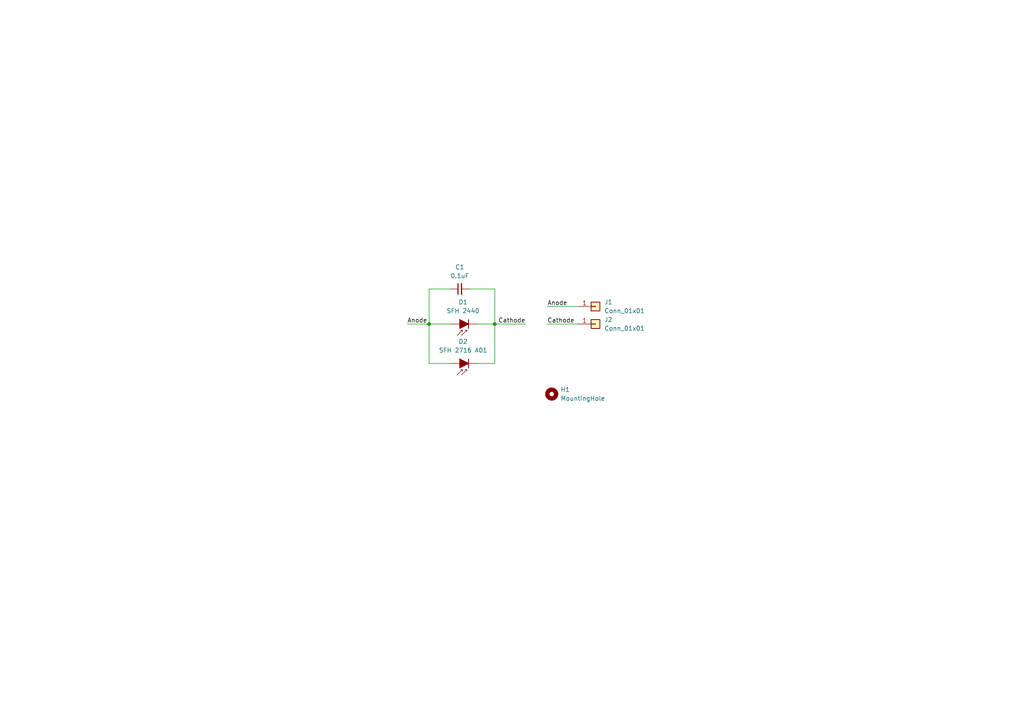
<source format=kicad_sch>
(kicad_sch (version 20250114) (generator "eeschema") (generator_version "9.0")
  (paper "A4")
  (lib_symbols
    (symbol "Connector_Generic:Conn_01x01" (pin_names (offset 1.016) (hide yes))
      (property "Reference" "J" (at 0 2.54 0))
      (property "Value" "Conn_01x01" (at 0 -2.54 0))
      (symbol "Conn_01x01_1_1"
        (rectangle (start -1.27 1.27) (end 1.27 -1.27) (stroke (width 0.254)) (fill (type background)))
        (rectangle (start -1.27 0.127) (end 0 -0.127) (stroke (width 0.1524)))
        (pin passive line (at -5.08 0 0) (length 3.81) (name "Pin_1") (number "1"))
      )
    )
    (symbol "Device:C_Small" (pin_numbers (hide yes)) (pin_names (offset 0.254) (hide yes))
      (property "Reference" "C" (at 0.254 1.778 0))
      (property "Value" "C_Small" (at 0.254 -2.032 0))
      (symbol "C_Small_0_1"
        (polyline (pts (xy -1.524 0.508) (xy 1.524 0.508)) (stroke (width 0.3048)))
        (polyline (pts (xy -1.524 -0.508) (xy 1.524 -0.508)) (stroke (width 0.3302)))
      )
      (symbol "C_Small_1_1"
        (pin passive line (at 0 2.54 270) (length 2.032) (name "~") (number "1"))
        (pin passive line (at 0 -2.54 90) (length 2.032) (name "~") (number "2"))
      )
    )
    (symbol "Device:D_Photo_Filled" (pin_numbers (hide yes)) (pin_names (hide yes))
      (property "Reference" "D" (at 0.508 1.778 0))
      (property "Value" "D_Photo_Filled" (at -1.016 -2.794 0))
      (symbol "D_Photo_Filled_0_1"
        (polyline (pts (xy -2.54 1.27) (xy -2.54 -1.27)) (stroke (width 0.254)))
        (polyline (pts (xy -2.032 1.778) (xy -1.524 1.778)))
        (polyline (pts (xy -0.508 3.302) (xy -2.032 1.778) (xy -2.032 2.286)))
        (polyline (pts (xy 0 0) (xy -2.54 0)))
        (polyline (pts (xy 0 -1.27) (xy 0 1.27) (xy -2.54 0) (xy 0 -1.27)) (stroke (width 0.254)) (fill (type outline)))
        (polyline (pts (xy 0.762 3.302) (xy -0.762 1.778) (xy -0.762 2.286) (xy -0.762 1.778) (xy -0.254 1.778)))
      )
      (symbol "D_Photo_Filled_1_1"
        (pin passive line (at -5.08 0 0) (length 2.54) (name "K") (number "1"))
        (pin passive line (at 2.54 0 180) (length 2.54) (name "A") (number "2"))
      )
    )
    (symbol "Mechanical:MountingHole" (pin_names (offset 1.016)) (exclude_from_sim yes) (in_bom no)
      (property "Reference" "H" (at 0 5.08 0))
      (property "Value" "MountingHole" (at 0 3.175 0))
      (symbol "MountingHole_0_1"
        (circle (center 0 0) (radius 1.27) (stroke (width 1.27)))
      )
    )
  )
  (junction (at 124.46 93.98))
  (junction (at 143.51 93.98))
  (wire (pts (xy 138.43 93.98) (xy 143.51 93.98)))
  (wire (pts (xy 143.51 93.98) (xy 152.4 93.98)))
  (wire (pts (xy 143.51 93.98) (xy 143.51 105.41)))
  (wire (pts (xy 130.81 83.82) (xy 124.46 83.82)))
  (wire (pts (xy 158.75 93.98) (xy 167.64 93.98)))
  (wire (pts (xy 124.46 83.82) (xy 124.46 93.98)))
  (wire (pts (xy 130.81 93.98) (xy 124.46 93.98)))
  (wire (pts (xy 158.75 88.9) (xy 167.64 88.9)))
  (wire (pts (xy 124.46 93.98) (xy 124.46 105.41)))
  (wire (pts (xy 118.11 93.98) (xy 124.46 93.98)))
  (wire (pts (xy 124.46 105.41) (xy 130.81 105.41)))
  (wire (pts (xy 143.51 83.82) (xy 143.51 93.98)))
  (wire (pts (xy 135.89 83.82) (xy 143.51 83.82)))
  (wire (pts (xy 143.51 105.41) (xy 138.43 105.41)))
  (label "Cathode" (at 152.4 93.98 180))
  (label "Anode" (at 158.75 88.9 0))
  (label "Anode" (at 118.11 93.98 0))
  (label "Cathode" (at 158.75 93.98 0))
  (symbol (lib_id "Device:C_Small") (at 133.35 83.82 90) (unit 1)
    (property "Reference" "C1" (at 133.3563 77.47 90))
    (property "Value" "0.1uF" (at 133.3563 80.01 90))
    (property "Footprint" "Capacitor_SMD:C_0603_1608Metric" (effects (hide yes)))
    (property "Description" "Unpolarized capacitor, small symbol" (effects (hide yes)))
  )
  (symbol (lib_id "Mechanical:MountingHole") (at 160.02 114.3 0) (unit 1) (exclude_from_sim yes) (in_bom no)
    (property "Reference" "H1" (at 162.56 113.0299 0) (effects (justify left)))
    (property "Value" "MountingHole" (at 162.56 115.5699 0) (effects (justify left)))
    (property "Footprint" "MountingHole:MountingHole_3.2mm_M3" (effects (hide yes)))
    (property "Description" "Mounting Hole without connection" (effects (hide yes)))
  )
  (symbol (lib_id "Device:D_Photo_Filled") (at 133.35 105.41 180) (unit 1)
    (property "Reference" "D2" (at 134.3025 99.06 0))
    (property "Value" "SFH 2716 A01" (at 134.3025 101.6 0))
    (property "Footprint" "My_Footprints:SFH 2716 A01" (effects (hide yes)))
    (property "Description" "Photodiode, filled shape" (effects (hide yes)))
  )
  (symbol (lib_id "Device:D_Photo_Filled") (at 133.35 93.98 180) (unit 1)
    (property "Reference" "D1" (at 134.3025 87.63 0))
    (property "Value" "SFH 2440" (at 134.3025 90.17 0))
    (property "Footprint" "My_Footprints:SFH 2440" (effects (hide yes)))
    (property "Description" "Photodiode, filled shape" (effects (hide yes)))
  )
  (symbol (lib_id "Connector_Generic:Conn_01x01") (at 172.72 88.9 0) (unit 1)
    (property "Reference" "J1" (at 175.26 87.6299 0) (effects (justify left)))
    (property "Value" "Conn_01x01" (at 175.26 90.1699 0) (effects (justify left)))
    (property "Footprint" "My_Footprints:pad_smd_3x6" (effects (hide yes)))
    (property "Description" "Generic connector, single row, 01x01, script generated (kicad-library-utils/schlib/autogen/connector/)" (effects (hide yes)))
  )
  (symbol (lib_id "Connector_Generic:Conn_01x01") (at 172.72 93.98 0) (unit 1)
    (property "Reference" "J2" (at 175.26 92.7099 0) (effects (justify left)))
    (property "Value" "Conn_01x01" (at 175.26 95.2499 0) (effects (justify left)))
    (property "Footprint" "My_Footprints:pad_smd_3x6" (effects (hide yes)))
    (property "Description" "Generic connector, single row, 01x01, script generated (kicad-library-utils/schlib/autogen/connector/)" (effects (hide yes)))
  )
)
</source>
